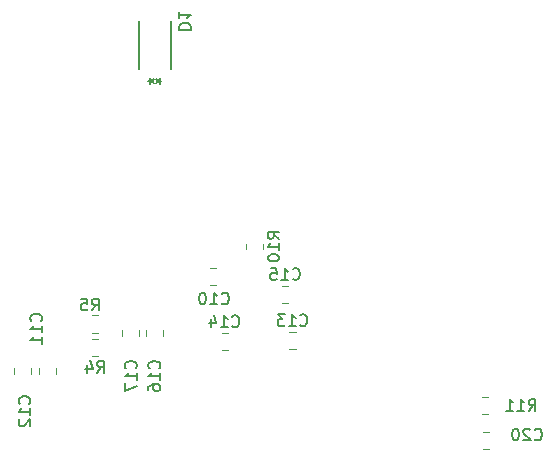
<source format=gbr>
%TF.GenerationSoftware,KiCad,Pcbnew,8.0.5*%
%TF.CreationDate,2024-10-17T13:37:37-04:00*%
%TF.ProjectId,PCB,5043422e-6b69-4636-9164-5f7063625858,rev?*%
%TF.SameCoordinates,Original*%
%TF.FileFunction,Legend,Bot*%
%TF.FilePolarity,Positive*%
%FSLAX46Y46*%
G04 Gerber Fmt 4.6, Leading zero omitted, Abs format (unit mm)*
G04 Created by KiCad (PCBNEW 8.0.5) date 2024-10-17 13:37:37*
%MOMM*%
%LPD*%
G01*
G04 APERTURE LIST*
%ADD10C,0.150000*%
%ADD11C,0.120000*%
%ADD12C,0.152400*%
G04 APERTURE END LIST*
D10*
X183859580Y-127357142D02*
X183907200Y-127309523D01*
X183907200Y-127309523D02*
X183954819Y-127166666D01*
X183954819Y-127166666D02*
X183954819Y-127071428D01*
X183954819Y-127071428D02*
X183907200Y-126928571D01*
X183907200Y-126928571D02*
X183811961Y-126833333D01*
X183811961Y-126833333D02*
X183716723Y-126785714D01*
X183716723Y-126785714D02*
X183526247Y-126738095D01*
X183526247Y-126738095D02*
X183383390Y-126738095D01*
X183383390Y-126738095D02*
X183192914Y-126785714D01*
X183192914Y-126785714D02*
X183097676Y-126833333D01*
X183097676Y-126833333D02*
X183002438Y-126928571D01*
X183002438Y-126928571D02*
X182954819Y-127071428D01*
X182954819Y-127071428D02*
X182954819Y-127166666D01*
X182954819Y-127166666D02*
X183002438Y-127309523D01*
X183002438Y-127309523D02*
X183050057Y-127357142D01*
X183954819Y-128309523D02*
X183954819Y-127738095D01*
X183954819Y-128023809D02*
X182954819Y-128023809D01*
X182954819Y-128023809D02*
X183097676Y-127928571D01*
X183097676Y-127928571D02*
X183192914Y-127833333D01*
X183192914Y-127833333D02*
X183240533Y-127738095D01*
X183050057Y-128690476D02*
X183002438Y-128738095D01*
X183002438Y-128738095D02*
X182954819Y-128833333D01*
X182954819Y-128833333D02*
X182954819Y-129071428D01*
X182954819Y-129071428D02*
X183002438Y-129166666D01*
X183002438Y-129166666D02*
X183050057Y-129214285D01*
X183050057Y-129214285D02*
X183145295Y-129261904D01*
X183145295Y-129261904D02*
X183240533Y-129261904D01*
X183240533Y-129261904D02*
X183383390Y-129214285D01*
X183383390Y-129214285D02*
X183954819Y-128642857D01*
X183954819Y-128642857D02*
X183954819Y-129261904D01*
X194859580Y-124357142D02*
X194907200Y-124309523D01*
X194907200Y-124309523D02*
X194954819Y-124166666D01*
X194954819Y-124166666D02*
X194954819Y-124071428D01*
X194954819Y-124071428D02*
X194907200Y-123928571D01*
X194907200Y-123928571D02*
X194811961Y-123833333D01*
X194811961Y-123833333D02*
X194716723Y-123785714D01*
X194716723Y-123785714D02*
X194526247Y-123738095D01*
X194526247Y-123738095D02*
X194383390Y-123738095D01*
X194383390Y-123738095D02*
X194192914Y-123785714D01*
X194192914Y-123785714D02*
X194097676Y-123833333D01*
X194097676Y-123833333D02*
X194002438Y-123928571D01*
X194002438Y-123928571D02*
X193954819Y-124071428D01*
X193954819Y-124071428D02*
X193954819Y-124166666D01*
X193954819Y-124166666D02*
X194002438Y-124309523D01*
X194002438Y-124309523D02*
X194050057Y-124357142D01*
X194954819Y-125309523D02*
X194954819Y-124738095D01*
X194954819Y-125023809D02*
X193954819Y-125023809D01*
X193954819Y-125023809D02*
X194097676Y-124928571D01*
X194097676Y-124928571D02*
X194192914Y-124833333D01*
X194192914Y-124833333D02*
X194240533Y-124738095D01*
X193954819Y-126166666D02*
X193954819Y-125976190D01*
X193954819Y-125976190D02*
X194002438Y-125880952D01*
X194002438Y-125880952D02*
X194050057Y-125833333D01*
X194050057Y-125833333D02*
X194192914Y-125738095D01*
X194192914Y-125738095D02*
X194383390Y-125690476D01*
X194383390Y-125690476D02*
X194764342Y-125690476D01*
X194764342Y-125690476D02*
X194859580Y-125738095D01*
X194859580Y-125738095D02*
X194907200Y-125785714D01*
X194907200Y-125785714D02*
X194954819Y-125880952D01*
X194954819Y-125880952D02*
X194954819Y-126071428D01*
X194954819Y-126071428D02*
X194907200Y-126166666D01*
X194907200Y-126166666D02*
X194859580Y-126214285D01*
X194859580Y-126214285D02*
X194764342Y-126261904D01*
X194764342Y-126261904D02*
X194526247Y-126261904D01*
X194526247Y-126261904D02*
X194431009Y-126214285D01*
X194431009Y-126214285D02*
X194383390Y-126166666D01*
X194383390Y-126166666D02*
X194335771Y-126071428D01*
X194335771Y-126071428D02*
X194335771Y-125880952D01*
X194335771Y-125880952D02*
X194383390Y-125785714D01*
X194383390Y-125785714D02*
X194431009Y-125738095D01*
X194431009Y-125738095D02*
X194526247Y-125690476D01*
X192859580Y-124357142D02*
X192907200Y-124309523D01*
X192907200Y-124309523D02*
X192954819Y-124166666D01*
X192954819Y-124166666D02*
X192954819Y-124071428D01*
X192954819Y-124071428D02*
X192907200Y-123928571D01*
X192907200Y-123928571D02*
X192811961Y-123833333D01*
X192811961Y-123833333D02*
X192716723Y-123785714D01*
X192716723Y-123785714D02*
X192526247Y-123738095D01*
X192526247Y-123738095D02*
X192383390Y-123738095D01*
X192383390Y-123738095D02*
X192192914Y-123785714D01*
X192192914Y-123785714D02*
X192097676Y-123833333D01*
X192097676Y-123833333D02*
X192002438Y-123928571D01*
X192002438Y-123928571D02*
X191954819Y-124071428D01*
X191954819Y-124071428D02*
X191954819Y-124166666D01*
X191954819Y-124166666D02*
X192002438Y-124309523D01*
X192002438Y-124309523D02*
X192050057Y-124357142D01*
X192954819Y-125309523D02*
X192954819Y-124738095D01*
X192954819Y-125023809D02*
X191954819Y-125023809D01*
X191954819Y-125023809D02*
X192097676Y-124928571D01*
X192097676Y-124928571D02*
X192192914Y-124833333D01*
X192192914Y-124833333D02*
X192240533Y-124738095D01*
X191954819Y-125642857D02*
X191954819Y-126309523D01*
X191954819Y-126309523D02*
X192954819Y-125880952D01*
X205034819Y-113379642D02*
X204558628Y-113046309D01*
X205034819Y-112808214D02*
X204034819Y-112808214D01*
X204034819Y-112808214D02*
X204034819Y-113189166D01*
X204034819Y-113189166D02*
X204082438Y-113284404D01*
X204082438Y-113284404D02*
X204130057Y-113332023D01*
X204130057Y-113332023D02*
X204225295Y-113379642D01*
X204225295Y-113379642D02*
X204368152Y-113379642D01*
X204368152Y-113379642D02*
X204463390Y-113332023D01*
X204463390Y-113332023D02*
X204511009Y-113284404D01*
X204511009Y-113284404D02*
X204558628Y-113189166D01*
X204558628Y-113189166D02*
X204558628Y-112808214D01*
X205034819Y-114332023D02*
X205034819Y-113760595D01*
X205034819Y-114046309D02*
X204034819Y-114046309D01*
X204034819Y-114046309D02*
X204177676Y-113951071D01*
X204177676Y-113951071D02*
X204272914Y-113855833D01*
X204272914Y-113855833D02*
X204320533Y-113760595D01*
X204034819Y-114951071D02*
X204034819Y-115046309D01*
X204034819Y-115046309D02*
X204082438Y-115141547D01*
X204082438Y-115141547D02*
X204130057Y-115189166D01*
X204130057Y-115189166D02*
X204225295Y-115236785D01*
X204225295Y-115236785D02*
X204415771Y-115284404D01*
X204415771Y-115284404D02*
X204653866Y-115284404D01*
X204653866Y-115284404D02*
X204844342Y-115236785D01*
X204844342Y-115236785D02*
X204939580Y-115189166D01*
X204939580Y-115189166D02*
X204987200Y-115141547D01*
X204987200Y-115141547D02*
X205034819Y-115046309D01*
X205034819Y-115046309D02*
X205034819Y-114951071D01*
X205034819Y-114951071D02*
X204987200Y-114855833D01*
X204987200Y-114855833D02*
X204939580Y-114808214D01*
X204939580Y-114808214D02*
X204844342Y-114760595D01*
X204844342Y-114760595D02*
X204653866Y-114712976D01*
X204653866Y-114712976D02*
X204415771Y-114712976D01*
X204415771Y-114712976D02*
X204225295Y-114760595D01*
X204225295Y-114760595D02*
X204130057Y-114808214D01*
X204130057Y-114808214D02*
X204082438Y-114855833D01*
X204082438Y-114855833D02*
X204034819Y-114951071D01*
X206790892Y-120685608D02*
X206838511Y-120733228D01*
X206838511Y-120733228D02*
X206981368Y-120780847D01*
X206981368Y-120780847D02*
X207076606Y-120780847D01*
X207076606Y-120780847D02*
X207219463Y-120733228D01*
X207219463Y-120733228D02*
X207314701Y-120637989D01*
X207314701Y-120637989D02*
X207362320Y-120542751D01*
X207362320Y-120542751D02*
X207409939Y-120352275D01*
X207409939Y-120352275D02*
X207409939Y-120209418D01*
X207409939Y-120209418D02*
X207362320Y-120018942D01*
X207362320Y-120018942D02*
X207314701Y-119923704D01*
X207314701Y-119923704D02*
X207219463Y-119828466D01*
X207219463Y-119828466D02*
X207076606Y-119780847D01*
X207076606Y-119780847D02*
X206981368Y-119780847D01*
X206981368Y-119780847D02*
X206838511Y-119828466D01*
X206838511Y-119828466D02*
X206790892Y-119876085D01*
X205838511Y-120780847D02*
X206409939Y-120780847D01*
X206124225Y-120780847D02*
X206124225Y-119780847D01*
X206124225Y-119780847D02*
X206219463Y-119923704D01*
X206219463Y-119923704D02*
X206314701Y-120018942D01*
X206314701Y-120018942D02*
X206409939Y-120066561D01*
X205505177Y-119780847D02*
X204886130Y-119780847D01*
X204886130Y-119780847D02*
X205219463Y-120161799D01*
X205219463Y-120161799D02*
X205076606Y-120161799D01*
X205076606Y-120161799D02*
X204981368Y-120209418D01*
X204981368Y-120209418D02*
X204933749Y-120257037D01*
X204933749Y-120257037D02*
X204886130Y-120352275D01*
X204886130Y-120352275D02*
X204886130Y-120590370D01*
X204886130Y-120590370D02*
X204933749Y-120685608D01*
X204933749Y-120685608D02*
X204981368Y-120733228D01*
X204981368Y-120733228D02*
X205076606Y-120780847D01*
X205076606Y-120780847D02*
X205362320Y-120780847D01*
X205362320Y-120780847D02*
X205457558Y-120733228D01*
X205457558Y-120733228D02*
X205505177Y-120685608D01*
X200142857Y-118859580D02*
X200190476Y-118907200D01*
X200190476Y-118907200D02*
X200333333Y-118954819D01*
X200333333Y-118954819D02*
X200428571Y-118954819D01*
X200428571Y-118954819D02*
X200571428Y-118907200D01*
X200571428Y-118907200D02*
X200666666Y-118811961D01*
X200666666Y-118811961D02*
X200714285Y-118716723D01*
X200714285Y-118716723D02*
X200761904Y-118526247D01*
X200761904Y-118526247D02*
X200761904Y-118383390D01*
X200761904Y-118383390D02*
X200714285Y-118192914D01*
X200714285Y-118192914D02*
X200666666Y-118097676D01*
X200666666Y-118097676D02*
X200571428Y-118002438D01*
X200571428Y-118002438D02*
X200428571Y-117954819D01*
X200428571Y-117954819D02*
X200333333Y-117954819D01*
X200333333Y-117954819D02*
X200190476Y-118002438D01*
X200190476Y-118002438D02*
X200142857Y-118050057D01*
X199190476Y-118954819D02*
X199761904Y-118954819D01*
X199476190Y-118954819D02*
X199476190Y-117954819D01*
X199476190Y-117954819D02*
X199571428Y-118097676D01*
X199571428Y-118097676D02*
X199666666Y-118192914D01*
X199666666Y-118192914D02*
X199761904Y-118240533D01*
X198571428Y-117954819D02*
X198476190Y-117954819D01*
X198476190Y-117954819D02*
X198380952Y-118002438D01*
X198380952Y-118002438D02*
X198333333Y-118050057D01*
X198333333Y-118050057D02*
X198285714Y-118145295D01*
X198285714Y-118145295D02*
X198238095Y-118335771D01*
X198238095Y-118335771D02*
X198238095Y-118573866D01*
X198238095Y-118573866D02*
X198285714Y-118764342D01*
X198285714Y-118764342D02*
X198333333Y-118859580D01*
X198333333Y-118859580D02*
X198380952Y-118907200D01*
X198380952Y-118907200D02*
X198476190Y-118954819D01*
X198476190Y-118954819D02*
X198571428Y-118954819D01*
X198571428Y-118954819D02*
X198666666Y-118907200D01*
X198666666Y-118907200D02*
X198714285Y-118859580D01*
X198714285Y-118859580D02*
X198761904Y-118764342D01*
X198761904Y-118764342D02*
X198809523Y-118573866D01*
X198809523Y-118573866D02*
X198809523Y-118335771D01*
X198809523Y-118335771D02*
X198761904Y-118145295D01*
X198761904Y-118145295D02*
X198714285Y-118050057D01*
X198714285Y-118050057D02*
X198666666Y-118002438D01*
X198666666Y-118002438D02*
X198571428Y-117954819D01*
X226142857Y-127954819D02*
X226476190Y-127478628D01*
X226714285Y-127954819D02*
X226714285Y-126954819D01*
X226714285Y-126954819D02*
X226333333Y-126954819D01*
X226333333Y-126954819D02*
X226238095Y-127002438D01*
X226238095Y-127002438D02*
X226190476Y-127050057D01*
X226190476Y-127050057D02*
X226142857Y-127145295D01*
X226142857Y-127145295D02*
X226142857Y-127288152D01*
X226142857Y-127288152D02*
X226190476Y-127383390D01*
X226190476Y-127383390D02*
X226238095Y-127431009D01*
X226238095Y-127431009D02*
X226333333Y-127478628D01*
X226333333Y-127478628D02*
X226714285Y-127478628D01*
X225190476Y-127954819D02*
X225761904Y-127954819D01*
X225476190Y-127954819D02*
X225476190Y-126954819D01*
X225476190Y-126954819D02*
X225571428Y-127097676D01*
X225571428Y-127097676D02*
X225666666Y-127192914D01*
X225666666Y-127192914D02*
X225761904Y-127240533D01*
X224238095Y-127954819D02*
X224809523Y-127954819D01*
X224523809Y-127954819D02*
X224523809Y-126954819D01*
X224523809Y-126954819D02*
X224619047Y-127097676D01*
X224619047Y-127097676D02*
X224714285Y-127192914D01*
X224714285Y-127192914D02*
X224809523Y-127240533D01*
X226642857Y-130359580D02*
X226690476Y-130407200D01*
X226690476Y-130407200D02*
X226833333Y-130454819D01*
X226833333Y-130454819D02*
X226928571Y-130454819D01*
X226928571Y-130454819D02*
X227071428Y-130407200D01*
X227071428Y-130407200D02*
X227166666Y-130311961D01*
X227166666Y-130311961D02*
X227214285Y-130216723D01*
X227214285Y-130216723D02*
X227261904Y-130026247D01*
X227261904Y-130026247D02*
X227261904Y-129883390D01*
X227261904Y-129883390D02*
X227214285Y-129692914D01*
X227214285Y-129692914D02*
X227166666Y-129597676D01*
X227166666Y-129597676D02*
X227071428Y-129502438D01*
X227071428Y-129502438D02*
X226928571Y-129454819D01*
X226928571Y-129454819D02*
X226833333Y-129454819D01*
X226833333Y-129454819D02*
X226690476Y-129502438D01*
X226690476Y-129502438D02*
X226642857Y-129550057D01*
X226261904Y-129550057D02*
X226214285Y-129502438D01*
X226214285Y-129502438D02*
X226119047Y-129454819D01*
X226119047Y-129454819D02*
X225880952Y-129454819D01*
X225880952Y-129454819D02*
X225785714Y-129502438D01*
X225785714Y-129502438D02*
X225738095Y-129550057D01*
X225738095Y-129550057D02*
X225690476Y-129645295D01*
X225690476Y-129645295D02*
X225690476Y-129740533D01*
X225690476Y-129740533D02*
X225738095Y-129883390D01*
X225738095Y-129883390D02*
X226309523Y-130454819D01*
X226309523Y-130454819D02*
X225690476Y-130454819D01*
X225071428Y-129454819D02*
X224976190Y-129454819D01*
X224976190Y-129454819D02*
X224880952Y-129502438D01*
X224880952Y-129502438D02*
X224833333Y-129550057D01*
X224833333Y-129550057D02*
X224785714Y-129645295D01*
X224785714Y-129645295D02*
X224738095Y-129835771D01*
X224738095Y-129835771D02*
X224738095Y-130073866D01*
X224738095Y-130073866D02*
X224785714Y-130264342D01*
X224785714Y-130264342D02*
X224833333Y-130359580D01*
X224833333Y-130359580D02*
X224880952Y-130407200D01*
X224880952Y-130407200D02*
X224976190Y-130454819D01*
X224976190Y-130454819D02*
X225071428Y-130454819D01*
X225071428Y-130454819D02*
X225166666Y-130407200D01*
X225166666Y-130407200D02*
X225214285Y-130359580D01*
X225214285Y-130359580D02*
X225261904Y-130264342D01*
X225261904Y-130264342D02*
X225309523Y-130073866D01*
X225309523Y-130073866D02*
X225309523Y-129835771D01*
X225309523Y-129835771D02*
X225261904Y-129645295D01*
X225261904Y-129645295D02*
X225214285Y-129550057D01*
X225214285Y-129550057D02*
X225166666Y-129502438D01*
X225166666Y-129502438D02*
X225071428Y-129454819D01*
X184859580Y-120357142D02*
X184907200Y-120309523D01*
X184907200Y-120309523D02*
X184954819Y-120166666D01*
X184954819Y-120166666D02*
X184954819Y-120071428D01*
X184954819Y-120071428D02*
X184907200Y-119928571D01*
X184907200Y-119928571D02*
X184811961Y-119833333D01*
X184811961Y-119833333D02*
X184716723Y-119785714D01*
X184716723Y-119785714D02*
X184526247Y-119738095D01*
X184526247Y-119738095D02*
X184383390Y-119738095D01*
X184383390Y-119738095D02*
X184192914Y-119785714D01*
X184192914Y-119785714D02*
X184097676Y-119833333D01*
X184097676Y-119833333D02*
X184002438Y-119928571D01*
X184002438Y-119928571D02*
X183954819Y-120071428D01*
X183954819Y-120071428D02*
X183954819Y-120166666D01*
X183954819Y-120166666D02*
X184002438Y-120309523D01*
X184002438Y-120309523D02*
X184050057Y-120357142D01*
X184954819Y-121309523D02*
X184954819Y-120738095D01*
X184954819Y-121023809D02*
X183954819Y-121023809D01*
X183954819Y-121023809D02*
X184097676Y-120928571D01*
X184097676Y-120928571D02*
X184192914Y-120833333D01*
X184192914Y-120833333D02*
X184240533Y-120738095D01*
X184954819Y-122261904D02*
X184954819Y-121690476D01*
X184954819Y-121976190D02*
X183954819Y-121976190D01*
X183954819Y-121976190D02*
X184097676Y-121880952D01*
X184097676Y-121880952D02*
X184192914Y-121785714D01*
X184192914Y-121785714D02*
X184240533Y-121690476D01*
X206150357Y-116789580D02*
X206197976Y-116837200D01*
X206197976Y-116837200D02*
X206340833Y-116884819D01*
X206340833Y-116884819D02*
X206436071Y-116884819D01*
X206436071Y-116884819D02*
X206578928Y-116837200D01*
X206578928Y-116837200D02*
X206674166Y-116741961D01*
X206674166Y-116741961D02*
X206721785Y-116646723D01*
X206721785Y-116646723D02*
X206769404Y-116456247D01*
X206769404Y-116456247D02*
X206769404Y-116313390D01*
X206769404Y-116313390D02*
X206721785Y-116122914D01*
X206721785Y-116122914D02*
X206674166Y-116027676D01*
X206674166Y-116027676D02*
X206578928Y-115932438D01*
X206578928Y-115932438D02*
X206436071Y-115884819D01*
X206436071Y-115884819D02*
X206340833Y-115884819D01*
X206340833Y-115884819D02*
X206197976Y-115932438D01*
X206197976Y-115932438D02*
X206150357Y-115980057D01*
X205197976Y-116884819D02*
X205769404Y-116884819D01*
X205483690Y-116884819D02*
X205483690Y-115884819D01*
X205483690Y-115884819D02*
X205578928Y-116027676D01*
X205578928Y-116027676D02*
X205674166Y-116122914D01*
X205674166Y-116122914D02*
X205769404Y-116170533D01*
X204293214Y-115884819D02*
X204769404Y-115884819D01*
X204769404Y-115884819D02*
X204817023Y-116361009D01*
X204817023Y-116361009D02*
X204769404Y-116313390D01*
X204769404Y-116313390D02*
X204674166Y-116265771D01*
X204674166Y-116265771D02*
X204436071Y-116265771D01*
X204436071Y-116265771D02*
X204340833Y-116313390D01*
X204340833Y-116313390D02*
X204293214Y-116361009D01*
X204293214Y-116361009D02*
X204245595Y-116456247D01*
X204245595Y-116456247D02*
X204245595Y-116694342D01*
X204245595Y-116694342D02*
X204293214Y-116789580D01*
X204293214Y-116789580D02*
X204340833Y-116837200D01*
X204340833Y-116837200D02*
X204436071Y-116884819D01*
X204436071Y-116884819D02*
X204674166Y-116884819D01*
X204674166Y-116884819D02*
X204769404Y-116837200D01*
X204769404Y-116837200D02*
X204817023Y-116789580D01*
X196535180Y-95678097D02*
X197535180Y-95678097D01*
X197535180Y-95678097D02*
X197535180Y-95440002D01*
X197535180Y-95440002D02*
X197487561Y-95297145D01*
X197487561Y-95297145D02*
X197392323Y-95201907D01*
X197392323Y-95201907D02*
X197297085Y-95154288D01*
X197297085Y-95154288D02*
X197106609Y-95106669D01*
X197106609Y-95106669D02*
X196963752Y-95106669D01*
X196963752Y-95106669D02*
X196773276Y-95154288D01*
X196773276Y-95154288D02*
X196678038Y-95201907D01*
X196678038Y-95201907D02*
X196582800Y-95297145D01*
X196582800Y-95297145D02*
X196535180Y-95440002D01*
X196535180Y-95440002D02*
X196535180Y-95678097D01*
X196535180Y-94154288D02*
X196535180Y-94725716D01*
X196535180Y-94440002D02*
X197535180Y-94440002D01*
X197535180Y-94440002D02*
X197392323Y-94535240D01*
X197392323Y-94535240D02*
X197297085Y-94630478D01*
X197297085Y-94630478D02*
X197249466Y-94725716D01*
X193954819Y-100035300D02*
X194192914Y-100035300D01*
X194097676Y-99797205D02*
X194192914Y-100035300D01*
X194192914Y-100035300D02*
X194097676Y-100273395D01*
X194383390Y-99892443D02*
X194192914Y-100035300D01*
X194192914Y-100035300D02*
X194383390Y-100178157D01*
X195045180Y-100035299D02*
X194807085Y-100035299D01*
X194902323Y-100273394D02*
X194807085Y-100035299D01*
X194807085Y-100035299D02*
X194902323Y-99797204D01*
X194616609Y-100178156D02*
X194807085Y-100035299D01*
X194807085Y-100035299D02*
X194616609Y-99892442D01*
X201035357Y-120789580D02*
X201082976Y-120837200D01*
X201082976Y-120837200D02*
X201225833Y-120884819D01*
X201225833Y-120884819D02*
X201321071Y-120884819D01*
X201321071Y-120884819D02*
X201463928Y-120837200D01*
X201463928Y-120837200D02*
X201559166Y-120741961D01*
X201559166Y-120741961D02*
X201606785Y-120646723D01*
X201606785Y-120646723D02*
X201654404Y-120456247D01*
X201654404Y-120456247D02*
X201654404Y-120313390D01*
X201654404Y-120313390D02*
X201606785Y-120122914D01*
X201606785Y-120122914D02*
X201559166Y-120027676D01*
X201559166Y-120027676D02*
X201463928Y-119932438D01*
X201463928Y-119932438D02*
X201321071Y-119884819D01*
X201321071Y-119884819D02*
X201225833Y-119884819D01*
X201225833Y-119884819D02*
X201082976Y-119932438D01*
X201082976Y-119932438D02*
X201035357Y-119980057D01*
X200082976Y-120884819D02*
X200654404Y-120884819D01*
X200368690Y-120884819D02*
X200368690Y-119884819D01*
X200368690Y-119884819D02*
X200463928Y-120027676D01*
X200463928Y-120027676D02*
X200559166Y-120122914D01*
X200559166Y-120122914D02*
X200654404Y-120170533D01*
X199225833Y-120218152D02*
X199225833Y-120884819D01*
X199463928Y-119837200D02*
X199702023Y-120551485D01*
X199702023Y-120551485D02*
X199082976Y-120551485D01*
X189166666Y-119454819D02*
X189499999Y-118978628D01*
X189738094Y-119454819D02*
X189738094Y-118454819D01*
X189738094Y-118454819D02*
X189357142Y-118454819D01*
X189357142Y-118454819D02*
X189261904Y-118502438D01*
X189261904Y-118502438D02*
X189214285Y-118550057D01*
X189214285Y-118550057D02*
X189166666Y-118645295D01*
X189166666Y-118645295D02*
X189166666Y-118788152D01*
X189166666Y-118788152D02*
X189214285Y-118883390D01*
X189214285Y-118883390D02*
X189261904Y-118931009D01*
X189261904Y-118931009D02*
X189357142Y-118978628D01*
X189357142Y-118978628D02*
X189738094Y-118978628D01*
X188261904Y-118454819D02*
X188738094Y-118454819D01*
X188738094Y-118454819D02*
X188785713Y-118931009D01*
X188785713Y-118931009D02*
X188738094Y-118883390D01*
X188738094Y-118883390D02*
X188642856Y-118835771D01*
X188642856Y-118835771D02*
X188404761Y-118835771D01*
X188404761Y-118835771D02*
X188309523Y-118883390D01*
X188309523Y-118883390D02*
X188261904Y-118931009D01*
X188261904Y-118931009D02*
X188214285Y-119026247D01*
X188214285Y-119026247D02*
X188214285Y-119264342D01*
X188214285Y-119264342D02*
X188261904Y-119359580D01*
X188261904Y-119359580D02*
X188309523Y-119407200D01*
X188309523Y-119407200D02*
X188404761Y-119454819D01*
X188404761Y-119454819D02*
X188642856Y-119454819D01*
X188642856Y-119454819D02*
X188738094Y-119407200D01*
X188738094Y-119407200D02*
X188785713Y-119359580D01*
X189596666Y-124714819D02*
X189929999Y-124238628D01*
X190168094Y-124714819D02*
X190168094Y-123714819D01*
X190168094Y-123714819D02*
X189787142Y-123714819D01*
X189787142Y-123714819D02*
X189691904Y-123762438D01*
X189691904Y-123762438D02*
X189644285Y-123810057D01*
X189644285Y-123810057D02*
X189596666Y-123905295D01*
X189596666Y-123905295D02*
X189596666Y-124048152D01*
X189596666Y-124048152D02*
X189644285Y-124143390D01*
X189644285Y-124143390D02*
X189691904Y-124191009D01*
X189691904Y-124191009D02*
X189787142Y-124238628D01*
X189787142Y-124238628D02*
X190168094Y-124238628D01*
X188739523Y-124048152D02*
X188739523Y-124714819D01*
X188977618Y-123667200D02*
X189215713Y-124381485D01*
X189215713Y-124381485D02*
X188596666Y-124381485D01*
D11*
%TO.C,C12*%
X182565000Y-124316248D02*
X182565000Y-124838752D01*
X184035000Y-124316248D02*
X184035000Y-124838752D01*
%TO.C,C16*%
X193720229Y-121121339D02*
X193720229Y-121643843D01*
X195190229Y-121121339D02*
X195190229Y-121643843D01*
%TO.C,C17*%
X191695000Y-121116752D02*
X191695000Y-121639256D01*
X193165000Y-121116752D02*
X193165000Y-121639256D01*
%TO.C,R10*%
X202195000Y-113795436D02*
X202195000Y-114249564D01*
X203665000Y-113795436D02*
X203665000Y-114249564D01*
%TO.C,C13*%
X205886783Y-121271028D02*
X206409287Y-121271028D01*
X205886783Y-122741028D02*
X206409287Y-122741028D01*
%TO.C,C10*%
X199691252Y-115875000D02*
X199168748Y-115875000D01*
X199691252Y-117345000D02*
X199168748Y-117345000D01*
%TO.C,R11*%
X222679564Y-126745000D02*
X222225436Y-126745000D01*
X222679564Y-128215000D02*
X222225436Y-128215000D01*
%TO.C,C20*%
X222763752Y-129745000D02*
X222241248Y-129745000D01*
X222763752Y-131215000D02*
X222241248Y-131215000D01*
%TO.C,C11*%
X184651554Y-124337600D02*
X184651554Y-124860104D01*
X186121554Y-124337600D02*
X186121554Y-124860104D01*
%TO.C,C15*%
X205246248Y-117375000D02*
X205768752Y-117375000D01*
X205246248Y-118845000D02*
X205768752Y-118845000D01*
D12*
%TO.C,D1*%
X193166500Y-94968000D02*
X193166500Y-99032000D01*
X195833500Y-99032000D02*
X195833500Y-94968000D01*
D11*
%TO.C,C14*%
X200206248Y-121375000D02*
X200728752Y-121375000D01*
X200206248Y-122845000D02*
X200728752Y-122845000D01*
%TO.C,R5*%
X189657064Y-119875000D02*
X189202936Y-119875000D01*
X189657064Y-121345000D02*
X189202936Y-121345000D01*
%TO.C,R4*%
X189657064Y-121875000D02*
X189202936Y-121875000D01*
X189657064Y-123345000D02*
X189202936Y-123345000D01*
%TD*%
M02*

</source>
